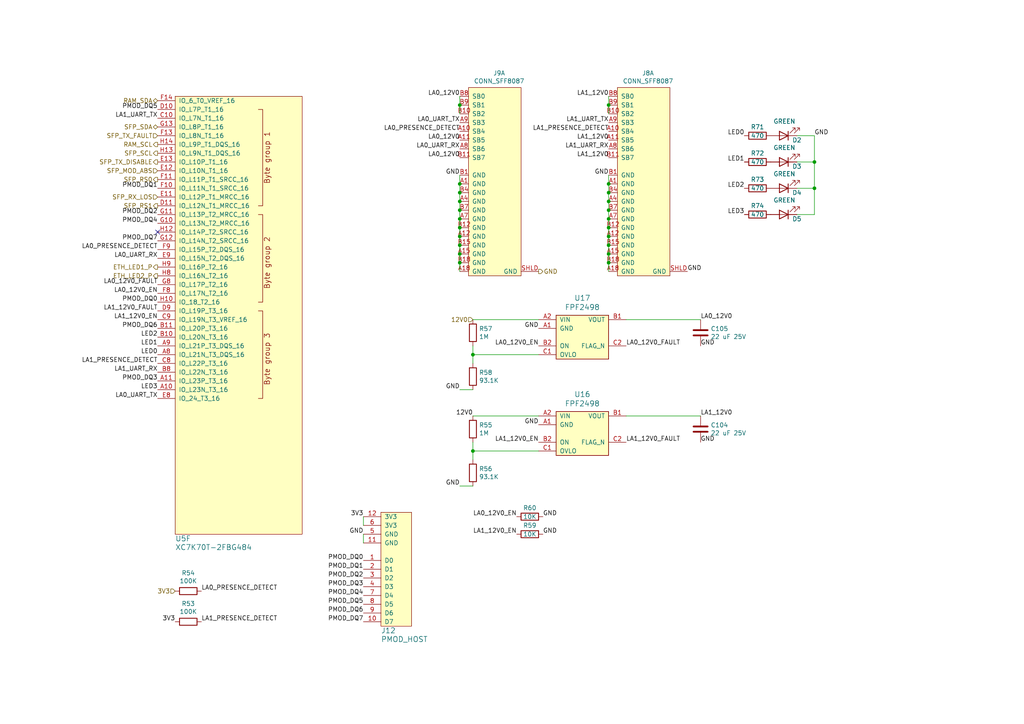
<source format=kicad_sch>
(kicad_sch (version 20211123) (generator eeschema)
  (paper "A4")
  (title_block (title "SATA sniffer") (date "2022-02-15") (rev "0.1") (comment 1 "Andrew D. Zonenberg"))
  (junction (at 133.35 60.96))
  (junction (at 236.22 46.99))
  (junction (at 133.35 55.88))
  (junction (at 176.53 68.58))
  (junction (at 176.53 76.2))
  (junction (at 133.35 68.58))
  (junction (at 137.16 102.87))
  (junction (at 133.35 76.2))
  (junction (at 176.53 66.04))
  (junction (at 176.53 58.42))
  (junction (at 176.53 60.96))
  (junction (at 236.22 54.61))
  (junction (at 133.35 58.42))
  (junction (at 133.35 53.34))
  (junction (at 176.53 63.5))
  (junction (at 176.53 55.88))
  (junction (at 133.35 71.12))
  (junction (at 176.53 53.34))
  (junction (at 133.35 73.66))
  (junction (at 137.16 130.81))
  (junction (at 133.35 30.48))
  (junction (at 176.53 30.48))
  (junction (at 133.35 66.04))
  (junction (at 176.53 73.66))
  (junction (at 176.53 71.12))
  (junction (at 133.35 63.5))
  (no_connect (at 45.72 67.31))
  (wire (pts (xy 133.35 30.48) (xy 133.35 33.02)))
  (wire (pts (xy 105.41 154.94) (xy 105.41 157.48)))
  (wire (pts (xy 176.53 27.94) (xy 176.53 30.48)))
  (wire (pts (xy 236.22 54.61) (xy 231.14 54.61)))
  (wire (pts (xy 133.35 50.8) (xy 133.35 53.34)))
  (wire (pts (xy 105.41 149.86) (xy 105.41 152.4)))
  (wire (pts (xy 176.53 68.58) (xy 176.53 71.12)))
  (wire (pts (xy 133.35 113.03) (xy 137.16 113.03)))
  (wire (pts (xy 133.35 66.04) (xy 133.35 68.58)))
  (wire (pts (xy 133.35 60.96) (xy 133.35 63.5)))
  (wire (pts (xy 176.53 53.34) (xy 176.53 55.88)))
  (wire (pts (xy 176.53 66.04) (xy 176.53 68.58)))
  (wire (pts (xy 133.35 55.88) (xy 133.35 58.42)))
  (wire (pts (xy 156.21 102.87) (xy 137.16 102.87)))
  (wire (pts (xy 137.16 92.71) (xy 156.21 92.71)))
  (wire (pts (xy 133.35 73.66) (xy 133.35 76.2)))
  (wire (pts (xy 176.53 76.2) (xy 176.53 78.74)))
  (wire (pts (xy 176.53 50.8) (xy 176.53 53.34)))
  (wire (pts (xy 176.53 55.88) (xy 176.53 58.42)))
  (wire (pts (xy 133.35 140.97) (xy 137.16 140.97)))
  (wire (pts (xy 137.16 100.33) (xy 137.16 102.87)))
  (wire (pts (xy 137.16 102.87) (xy 137.16 105.41)))
  (wire (pts (xy 156.21 130.81) (xy 137.16 130.81)))
  (wire (pts (xy 236.22 62.23) (xy 236.22 54.61)))
  (wire (pts (xy 236.22 54.61) (xy 236.22 46.99)))
  (wire (pts (xy 133.35 71.12) (xy 133.35 73.66)))
  (wire (pts (xy 133.35 53.34) (xy 133.35 55.88)))
  (wire (pts (xy 176.53 71.12) (xy 176.53 73.66)))
  (wire (pts (xy 181.61 120.65) (xy 203.2 120.65)))
  (wire (pts (xy 176.53 73.66) (xy 176.53 76.2)))
  (wire (pts (xy 133.35 76.2) (xy 133.35 78.74)))
  (wire (pts (xy 236.22 46.99) (xy 231.14 46.99)))
  (wire (pts (xy 137.16 120.65) (xy 156.21 120.65)))
  (wire (pts (xy 181.61 92.71) (xy 203.2 92.71)))
  (wire (pts (xy 176.53 60.96) (xy 176.53 63.5)))
  (wire (pts (xy 133.35 68.58) (xy 133.35 71.12)))
  (wire (pts (xy 133.35 63.5) (xy 133.35 66.04)))
  (wire (pts (xy 176.53 30.48) (xy 176.53 33.02)))
  (wire (pts (xy 236.22 46.99) (xy 236.22 39.37)))
  (wire (pts (xy 176.53 63.5) (xy 176.53 66.04)))
  (wire (pts (xy 133.35 58.42) (xy 133.35 60.96)))
  (wire (pts (xy 176.53 58.42) (xy 176.53 60.96)))
  (wire (pts (xy 137.16 128.27) (xy 137.16 130.81)))
  (wire (pts (xy 133.35 27.94) (xy 133.35 30.48)))
  (wire (pts (xy 137.16 130.81) (xy 137.16 133.35)))
  (wire (pts (xy 236.22 62.23) (xy 231.14 62.23)))
  (wire (pts (xy 236.22 39.37) (xy 231.14 39.37)))
  (label "LA1_12V0" (at 176.53 45.72 180))
  (label "GND" (at 156.21 123.19 180))
  (label "LA1_UART_RX" (at 176.53 43.18 180))
  (label "GND" (at 156.21 95.25 180))
  (label "GND" (at 199.39 78.74 0))
  (label "LA0_PRESENCE_DETECT" (at 58.42 171.45 0))
  (label "LA1_UART_TX" (at 45.72 34.29 180))
  (label "PMOD_DQ3" (at 45.72 110.49 180))
  (label "LA1_12V0_EN" (at 156.21 128.27 180))
  (label "3V3" (at 105.41 149.86 180))
  (label "LA1_12V0_FAULT" (at 181.61 128.27 0))
  (label "PMOD_DQ7" (at 45.72 69.85 180))
  (label "LA1_UART_RX" (at 45.72 107.95 180))
  (label "LA0_UART_TX" (at 45.72 115.57 180))
  (label "LA1_PRESENCE_DETECT" (at 58.42 180.34 0))
  (label "LED3" (at 215.9 62.23 180))
  (label "PMOD_DQ1" (at 105.41 165.1 180))
  (label "PMOD_DQ7" (at 105.41 180.34 180))
  (label "LED2" (at 215.9 54.61 180))
  (label "GND" (at 133.35 140.97 180))
  (label "LA1_12V0_FAULT" (at 45.72 90.17 180))
  (label "GND" (at 157.48 149.86 0))
  (label "LA0_PRESENCE_DETECT" (at 133.35 38.1 180))
  (label "LA0_12V0" (at 133.35 40.64 180))
  (label "GND" (at 105.41 154.94 180))
  (label "GND" (at 157.48 154.94 0))
  (label "LED2" (at 45.72 97.79 180))
  (label "PMOD_DQ0" (at 45.72 87.63 180))
  (label "LA1_12V0_EN" (at 149.86 154.94 180))
  (label "LA0_UART_RX" (at 133.35 43.18 180))
  (label "LED1" (at 215.9 46.99 180))
  (label "PMOD_DQ3" (at 105.41 170.18 180))
  (label "GND" (at 133.35 50.8 180))
  (label "PMOD_DQ1" (at 45.72 54.61 180))
  (label "LA1_12V0" (at 176.53 27.94 180))
  (label "12V0" (at 137.16 120.65 180))
  (label "PMOD_DQ0" (at 105.41 162.56 180))
  (label "LA0_UART_TX" (at 133.35 35.56 180))
  (label "GND" (at 236.22 39.37 0))
  (label "LED1" (at 45.72 100.33 180))
  (label "LED0" (at 215.9 39.37 180))
  (label "PMOD_DQ4" (at 45.72 64.77 180))
  (label "LA0_12V0_EN" (at 45.72 85.09 180))
  (label "PMOD_DQ2" (at 105.41 167.64 180))
  (label "LA0_12V0_EN" (at 156.21 100.33 180))
  (label "LA1_PRESENCE_DETECT" (at 176.53 38.1 180))
  (label "GND" (at 133.35 113.03 180))
  (label "LED3" (at 45.72 113.03 180))
  (label "GND" (at 203.2 128.27 0))
  (label "LA1_12V0" (at 176.53 40.64 180))
  (label "LA0_12V0" (at 133.35 27.94 180))
  (label "LA1_UART_TX" (at 176.53 35.56 180))
  (label "PMOD_DQ4" (at 105.41 172.72 180))
  (label "PMOD_DQ5" (at 45.72 31.75 180))
  (label "GND" (at 176.53 50.8 180))
  (label "LA1_PRESENCE_DETECT" (at 45.72 105.41 180))
  (label "LA0_12V0_EN" (at 149.86 149.86 180))
  (label "LA1_12V0" (at 203.2 120.65 0))
  (label "LA0_PRESENCE_DETECT" (at 45.72 72.39 180))
  (label "LA0_12V0" (at 133.35 45.72 180))
  (label "LA0_UART_RX" (at 45.72 74.93 180))
  (label "LA1_12V0_EN" (at 45.72 92.71 180))
  (label "LA0_12V0_FAULT" (at 45.72 82.55 180))
  (label "GND" (at 203.2 100.33 0))
  (label "LA0_12V0_FAULT" (at 181.61 100.33 0))
  (label "LA0_12V0" (at 203.2 92.71 0))
  (label "3V3" (at 50.8 180.34 180))
  (label "PMOD_DQ5" (at 105.41 175.26 180))
  (label "PMOD_DQ2" (at 45.72 62.23 180))
  (label "PMOD_DQ6" (at 105.41 177.8 180))
  (label "PMOD_DQ6" (at 45.72 95.25 180))
  (label "LED0" (at 45.72 102.87 180))
  (hierarchical_label "SFP_SCL" (shape output) (at 45.72 44.45 180))
  (hierarchical_label "GND" (shape output) (at 156.21 78.74 0))
  (hierarchical_label "SFP_TX_DISABLE" (shape output) (at 45.72 46.99 180))
  (hierarchical_label "12V0" (shape input) (at 137.16 92.71 180))
  (hierarchical_label "3V3" (shape input) (at 50.8 171.45 180))
  (hierarchical_label "ETH_LED2_P" (shape output) (at 45.72 80.01 180))
  (hierarchical_label "RAM_SDA" (shape bidirectional) (at 45.72 29.21 180))
  (hierarchical_label "SFP_MOD_ABS" (shape input) (at 45.72 49.53 180))
  (hierarchical_label "SFP_RS1" (shape output) (at 45.72 59.69 180))
  (hierarchical_label "RAM_SCL" (shape output) (at 45.72 41.91 180))
  (hierarchical_label "SFP_RS0" (shape output) (at 45.72 52.07 180))
  (hierarchical_label "SFP_SDA" (shape bidirectional) (at 45.72 36.83 180))
  (hierarchical_label "SFP_RX_LOS" (shape input) (at 45.72 57.15 180))
  (hierarchical_label "SFP_TX_FAULT" (shape input) (at 45.72 39.37 180))
  (hierarchical_label "ETH_LED1_P" (shape output) (at 45.72 77.47 180))
  (symbol (lib_id "xilinx-azonenberg:XC7KxT-FBG484") (at 50.8 153.67 0) (unit 6)
    (property "Reference" "U5" (at 50.8 156.21 0) (effects (font (size 1.524 1.524)) (justify left)))
    (property "Value" "XC7K70T-2FBG484" (at 50.8 158.75 0) (effects (font (size 1.524 1.524)) (justify left)))
    (property "Footprint" "azonenberg_pcb:BGA_484_22x22_FULLARRAY_1MM" (effects hide))
  )
  (symbol (lib_id "special-azonenberg:CONN_SFF8087") (at 179.07 80.01 0) (unit 1)
    (property "Reference" "J8" (at 187.96 21.209 0))
    (property "Value" "CONN_SFF8087" (at 187.96 23.5204 0))
    (property "Footprint" "azonenberg_pcb:CONN_SFF8087_MOLEX_75783-0140" (effects hide))
  )
  (symbol (lib_id "special-azonenberg:CONN_SFF8087") (at 135.89 80.01 0) (unit 1)
    (property "Reference" "J9" (at 144.78 21.209 0))
    (property "Value" "CONN_SFF8087" (at 144.78 23.5204 0))
    (property "Footprint" "azonenberg_pcb:CONN_SFF8087_MOLEX_75783-0140" (effects hide))
  )
  (symbol (lib_id "Device:R") (at 54.61 180.34 270) (unit 1)
    (property "Reference" "R53" (at 54.61 175.0822 90))
    (property "Value" "100K" (at 54.61 177.3936 90))
    (property "Footprint" "azonenberg_pcb:EIA_0402_RES_NOSILK" (effects hide))
  )
  (symbol (lib_id "Device:R") (at 54.61 171.45 270) (unit 1)
    (property "Reference" "R54" (at 54.61 166.1922 90))
    (property "Value" "100K" (at 54.61 168.5036 90))
    (property "Footprint" "azonenberg_pcb:EIA_0402_RES_NOSILK" (effects hide))
  )
  (symbol (lib_id "special-azonenberg:PMOD_HOST") (at 110.49 181.61 0) (unit 1)
    (property "Reference" "J12" (at 110.49 182.88 0) (effects (font (size 1.524 1.524)) (justify left)))
    (property "Value" "PMOD_HOST" (at 110.49 185.42 0) (effects (font (size 1.524 1.524)) (justify left)))
    (property "Footprint" "azonenberg_pcb:CONN_HEADER_2.54MM_2x6_RA_PMOD_HOST" (effects hide))
  )
  (symbol (lib_id "power-azonenberg:FPF2498") (at 161.29 132.08 0) (unit 1)
    (property "Reference" "U16" (at 168.91 114.3762 0) (effects (font (size 1.524 1.524))))
    (property "Value" "FPF2498" (at 168.91 117.0686 0) (effects (font (size 1.524 1.524))))
    (property "Footprint" "azonenberg_pcb:BGA_6_1.3x1.0_0.4MM" (effects hide))
  )
  (symbol (lib_id "Device:R") (at 137.16 124.46 0) (unit 1)
    (property "Reference" "R55" (at 138.938 123.2916 0) (effects (justify left)))
    (property "Value" "1M" (at 138.938 125.603 0) (effects (justify left)))
    (property "Footprint" "azonenberg_pcb:EIA_0402_RES_NOSILK" (effects hide))
  )
  (symbol (lib_id "Device:R") (at 153.67 154.94 270) (unit 1)
    (property "Reference" "R59" (at 153.67 152.4 90))
    (property "Value" "10K" (at 153.67 154.94 90))
    (property "Footprint" "azonenberg_pcb:EIA_0402_RES_NOSILK" (effects hide))
  )
  (symbol (lib_id "Device:R") (at 153.67 149.86 270) (unit 1)
    (property "Reference" "R60" (at 153.67 147.32 90))
    (property "Value" "10K" (at 153.67 149.86 90))
    (property "Footprint" "azonenberg_pcb:EIA_0402_RES_NOSILK" (effects hide))
  )
  (symbol (lib_id "Device:R") (at 137.16 137.16 0) (unit 1)
    (property "Reference" "R56" (at 138.938 135.9916 0) (effects (justify left)))
    (property "Value" "93.1K" (at 138.938 138.303 0) (effects (justify left)))
    (property "Footprint" "azonenberg_pcb:EIA_0402_RES_NOSILK" (effects hide))
  )
  (symbol (lib_id "Device:C") (at 203.2 124.46 0) (unit 1)
    (property "Reference" "C104" (at 206.121 123.2916 0) (effects (justify left)))
    (property "Value" "22 uF 25V" (at 206.121 125.603 0) (effects (justify left)))
    (property "Footprint" "azonenberg_pcb:EIA_1812_CAP_NOSILK" (effects hide))
  )
  (symbol (lib_id "power-azonenberg:FPF2498") (at 161.29 104.14 0) (unit 1)
    (property "Reference" "U17" (at 168.91 86.4362 0) (effects (font (size 1.524 1.524))))
    (property "Value" "FPF2498" (at 168.91 89.1286 0) (effects (font (size 1.524 1.524))))
    (property "Footprint" "azonenberg_pcb:BGA_6_1.3x1.0_0.4MM" (effects hide))
  )
  (symbol (lib_id "Device:R") (at 137.16 96.52 0) (unit 1)
    (property "Reference" "R57" (at 138.938 95.3516 0) (effects (justify left)))
    (property "Value" "1M" (at 138.938 97.663 0) (effects (justify left)))
    (property "Footprint" "azonenberg_pcb:EIA_0402_RES_NOSILK" (effects hide))
  )
  (symbol (lib_id "Device:R") (at 137.16 109.22 0) (unit 1)
    (property "Reference" "R58" (at 138.938 108.0516 0) (effects (justify left)))
    (property "Value" "93.1K" (at 138.938 110.363 0) (effects (justify left)))
    (property "Footprint" "azonenberg_pcb:EIA_0402_RES_NOSILK" (effects hide))
  )
  (symbol (lib_id "Device:C") (at 203.2 96.52 0) (unit 1)
    (property "Reference" "C105" (at 206.121 95.3516 0) (effects (justify left)))
    (property "Value" "22 uF 25V" (at 206.121 97.663 0) (effects (justify left)))
    (property "Footprint" "azonenberg_pcb:EIA_1812_CAP_NOSILK" (effects hide))
  )
  (symbol (lib_id "Device:R") (at 219.71 39.37 270) (unit 1)
    (property "Reference" "R71" (at 219.71 36.83 90))
    (property "Value" "470" (at 219.71 39.37 90))
    (property "Footprint" "azonenberg_pcb:EIA_0402_RES_NOSILK" (effects hide))
  )
  (symbol (lib_id "Device:LED") (at 227.33 39.37 180) (unit 1)
    (property "Reference" "D2" (at 231.14 40.64 0))
    (property "Value" "GREEN" (at 227.5078 35.2044 0))
    (property "Footprint" "azonenberg_pcb:EIA_0402_LED" (effects hide))
  )
  (symbol (lib_id "Device:R") (at 219.71 46.99 270) (unit 1)
    (property "Reference" "R72" (at 219.71 44.45 90))
    (property "Value" "470" (at 219.71 46.99 90))
    (property "Footprint" "azonenberg_pcb:EIA_0402_RES_NOSILK" (effects hide))
  )
  (symbol (lib_id "Device:LED") (at 227.33 46.99 180) (unit 1)
    (property "Reference" "D3" (at 231.14 48.26 0))
    (property "Value" "GREEN" (at 227.5078 42.8244 0))
    (property "Footprint" "azonenberg_pcb:EIA_0402_LED" (effects hide))
  )
  (symbol (lib_id "Device:R") (at 219.71 54.61 270) (unit 1)
    (property "Reference" "R73" (at 219.71 52.07 90))
    (property "Value" "470" (at 219.71 54.61 90))
    (property "Footprint" "azonenberg_pcb:EIA_0402_RES_NOSILK" (effects hide))
  )
  (symbol (lib_id "Device:LED") (at 227.33 54.61 180) (unit 1)
    (property "Reference" "D4" (at 231.14 55.88 0))
    (property "Value" "GREEN" (at 227.5078 50.4444 0))
    (property "Footprint" "azonenberg_pcb:EIA_0402_LED" (effects hide))
  )
  (symbol (lib_id "Device:R") (at 219.71 62.23 270) (unit 1)
    (property "Reference" "R74" (at 219.71 59.69 90))
    (property "Value" "470" (at 219.71 62.23 90))
    (property "Footprint" "azonenberg_pcb:EIA_0402_RES_NOSILK" (effects hide))
  )
  (symbol (lib_id "Device:LED") (at 227.33 62.23 180) (unit 1)
    (property "Reference" "D5" (at 231.14 63.5 0))
    (property "Value" "GREEN" (at 227.5078 58.0644 0))
    (property "Footprint" "azonenberg_pcb:EIA_0402_LED" (effects hide))
  )
)
</source>
